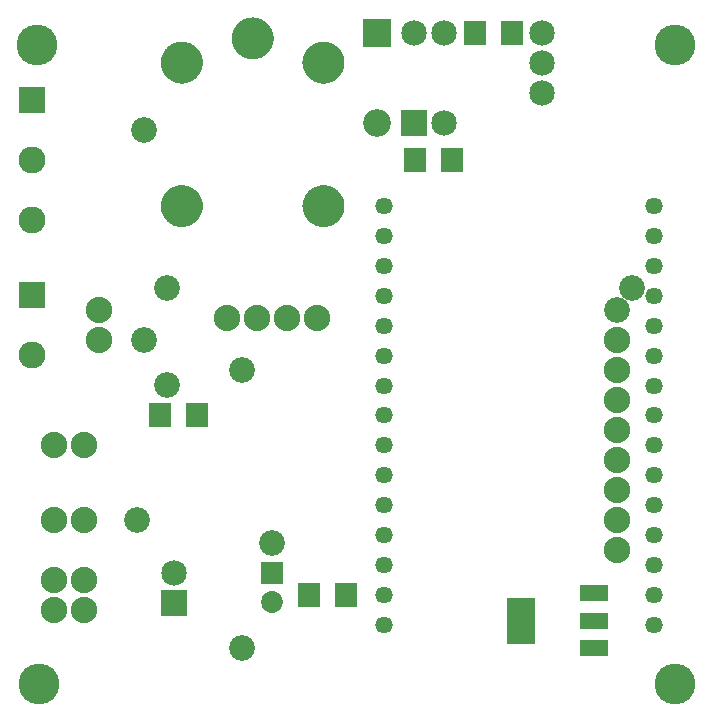
<source format=gbs>
G04 MADE WITH FRITZING*
G04 WWW.FRITZING.ORG*
G04 DOUBLE SIDED*
G04 HOLES PLATED*
G04 CONTOUR ON CENTER OF CONTOUR VECTOR*
%ASAXBY*%
%FSLAX23Y23*%
%MOIN*%
%OFA0B0*%
%SFA1.0B1.0*%
%ADD10C,0.057829*%
%ADD11C,0.090000*%
%ADD12C,0.088000*%
%ADD13C,0.092000*%
%ADD14C,0.085000*%
%ADD15C,0.072992*%
%ADD16C,0.085433*%
%ADD17C,0.135984*%
%ADD18R,0.089986X0.090000*%
%ADD19R,0.092000X0.092000*%
%ADD20R,0.072992X0.084803*%
%ADD21R,0.090000X0.090000*%
%ADD22R,0.085000X0.085000*%
%ADD23R,0.098000X0.058000*%
%ADD24R,0.096614X0.151732*%
%ADD25R,0.072992X0.072992*%
%ADD26R,0.001000X0.001000*%
%LNMASK0*%
G90*
G70*
G54D10*
X2178Y1498D03*
X1281Y1698D03*
X1281Y1598D03*
X1281Y1498D03*
X1281Y1398D03*
X1281Y1298D03*
X2178Y1598D03*
X2178Y1698D03*
X2178Y1398D03*
X1281Y1198D03*
X1281Y1098D03*
X1281Y999D03*
X1281Y899D03*
X1281Y799D03*
X1281Y699D03*
X1281Y599D03*
X1281Y499D03*
X1281Y400D03*
X1281Y300D03*
X2178Y999D03*
X2178Y899D03*
X2178Y799D03*
X2178Y699D03*
X2178Y599D03*
X2178Y499D03*
X2178Y400D03*
X2178Y300D03*
X2178Y1298D03*
X2178Y1198D03*
X2178Y1098D03*
G54D11*
X106Y1399D03*
X106Y1199D03*
G54D12*
X331Y1249D03*
X331Y1349D03*
G54D13*
X1256Y2272D03*
X1256Y1974D03*
G54D11*
X106Y1849D03*
X106Y1649D03*
X106Y2049D03*
G54D14*
X1381Y1974D03*
X1381Y2274D03*
X1481Y1974D03*
X1481Y2274D03*
G54D12*
X1056Y1324D03*
X956Y1324D03*
X856Y1324D03*
X756Y1324D03*
G54D14*
X581Y374D03*
X581Y474D03*
G54D12*
X181Y349D03*
X281Y349D03*
X181Y349D03*
X281Y349D03*
X281Y449D03*
X181Y449D03*
X281Y899D03*
X281Y899D03*
X181Y899D03*
X281Y649D03*
X181Y649D03*
X2056Y1249D03*
X2056Y1149D03*
X2056Y1049D03*
X2056Y949D03*
X2056Y849D03*
X2056Y749D03*
X2056Y649D03*
X2056Y549D03*
G54D15*
X906Y474D03*
X906Y376D03*
G54D16*
X806Y224D03*
X806Y1149D03*
X456Y649D03*
X2106Y1424D03*
X906Y574D03*
X2056Y1349D03*
X556Y1099D03*
X481Y1249D03*
X481Y1949D03*
X556Y1424D03*
G54D14*
X1806Y2274D03*
X1806Y2174D03*
X1806Y2074D03*
G54D17*
X2249Y104D03*
X128Y102D03*
X124Y2233D03*
X2251Y2234D03*
G54D18*
X106Y1399D03*
G54D19*
X1256Y2273D03*
G54D20*
X1584Y2274D03*
X1706Y2274D03*
X1384Y1849D03*
X1506Y1849D03*
G54D21*
X106Y2049D03*
G54D22*
X1381Y1974D03*
X581Y374D03*
G54D23*
X1981Y406D03*
X1981Y315D03*
X1981Y224D03*
G54D24*
X1737Y315D03*
G54D20*
X534Y999D03*
X656Y999D03*
G54D25*
X906Y474D03*
G54D20*
X1153Y399D03*
X1031Y399D03*
G54D26*
X839Y2325D02*
X844Y2325D01*
X830Y2324D02*
X853Y2324D01*
X825Y2323D02*
X858Y2323D01*
X821Y2322D02*
X862Y2322D01*
X819Y2321D02*
X865Y2321D01*
X816Y2320D02*
X867Y2320D01*
X813Y2319D02*
X870Y2319D01*
X811Y2318D02*
X872Y2318D01*
X809Y2317D02*
X874Y2317D01*
X808Y2316D02*
X875Y2316D01*
X806Y2315D02*
X877Y2315D01*
X804Y2314D02*
X879Y2314D01*
X803Y2313D02*
X880Y2313D01*
X801Y2312D02*
X882Y2312D01*
X800Y2311D02*
X883Y2311D01*
X799Y2310D02*
X884Y2310D01*
X797Y2309D02*
X886Y2309D01*
X796Y2308D02*
X887Y2308D01*
X795Y2307D02*
X888Y2307D01*
X794Y2306D02*
X889Y2306D01*
X793Y2305D02*
X890Y2305D01*
X792Y2304D02*
X891Y2304D01*
X791Y2303D02*
X892Y2303D01*
X790Y2302D02*
X893Y2302D01*
X789Y2301D02*
X894Y2301D01*
X788Y2300D02*
X895Y2300D01*
X788Y2299D02*
X895Y2299D01*
X787Y2298D02*
X896Y2298D01*
X786Y2297D02*
X897Y2297D01*
X785Y2296D02*
X898Y2296D01*
X785Y2295D02*
X898Y2295D01*
X784Y2294D02*
X899Y2294D01*
X783Y2293D02*
X900Y2293D01*
X783Y2292D02*
X900Y2292D01*
X782Y2291D02*
X901Y2291D01*
X781Y2290D02*
X902Y2290D01*
X781Y2289D02*
X902Y2289D01*
X780Y2288D02*
X903Y2288D01*
X780Y2287D02*
X903Y2287D01*
X779Y2286D02*
X904Y2286D01*
X779Y2285D02*
X904Y2285D01*
X778Y2284D02*
X905Y2284D01*
X778Y2283D02*
X905Y2283D01*
X777Y2282D02*
X906Y2282D01*
X777Y2281D02*
X906Y2281D01*
X777Y2280D02*
X906Y2280D01*
X776Y2279D02*
X907Y2279D01*
X776Y2278D02*
X907Y2278D01*
X776Y2277D02*
X907Y2277D01*
X775Y2276D02*
X908Y2276D01*
X775Y2275D02*
X908Y2275D01*
X775Y2274D02*
X908Y2274D01*
X775Y2273D02*
X908Y2273D01*
X774Y2272D02*
X909Y2272D01*
X774Y2271D02*
X909Y2271D01*
X774Y2270D02*
X909Y2270D01*
X774Y2269D02*
X909Y2269D01*
X773Y2268D02*
X910Y2268D01*
X773Y2267D02*
X910Y2267D01*
X773Y2266D02*
X910Y2266D01*
X773Y2265D02*
X910Y2265D01*
X773Y2264D02*
X910Y2264D01*
X773Y2263D02*
X910Y2263D01*
X772Y2262D02*
X911Y2262D01*
X772Y2261D02*
X911Y2261D01*
X772Y2260D02*
X911Y2260D01*
X772Y2259D02*
X911Y2259D01*
X772Y2258D02*
X911Y2258D01*
X772Y2257D02*
X911Y2257D01*
X772Y2256D02*
X911Y2256D01*
X772Y2255D02*
X911Y2255D01*
X772Y2254D02*
X911Y2254D01*
X772Y2253D02*
X911Y2253D01*
X772Y2252D02*
X911Y2252D01*
X772Y2251D02*
X911Y2251D01*
X772Y2250D02*
X911Y2250D01*
X772Y2249D02*
X911Y2249D01*
X773Y2248D02*
X911Y2248D01*
X773Y2247D02*
X910Y2247D01*
X773Y2246D02*
X910Y2246D01*
X773Y2245D02*
X910Y2245D01*
X599Y2244D02*
X612Y2244D01*
X773Y2244D02*
X910Y2244D01*
X1071Y2244D02*
X1084Y2244D01*
X592Y2243D02*
X618Y2243D01*
X773Y2243D02*
X910Y2243D01*
X1065Y2243D02*
X1091Y2243D01*
X588Y2242D02*
X623Y2242D01*
X773Y2242D02*
X910Y2242D01*
X1060Y2242D02*
X1095Y2242D01*
X584Y2241D02*
X626Y2241D01*
X774Y2241D02*
X909Y2241D01*
X1057Y2241D02*
X1099Y2241D01*
X582Y2240D02*
X629Y2240D01*
X774Y2240D02*
X909Y2240D01*
X1054Y2240D02*
X1102Y2240D01*
X579Y2239D02*
X632Y2239D01*
X774Y2239D02*
X909Y2239D01*
X1051Y2239D02*
X1104Y2239D01*
X577Y2238D02*
X634Y2238D01*
X774Y2238D02*
X909Y2238D01*
X1049Y2238D02*
X1106Y2238D01*
X575Y2237D02*
X636Y2237D01*
X775Y2237D02*
X908Y2237D01*
X1047Y2237D02*
X1108Y2237D01*
X573Y2236D02*
X638Y2236D01*
X775Y2236D02*
X908Y2236D01*
X1045Y2236D02*
X1110Y2236D01*
X571Y2235D02*
X640Y2235D01*
X775Y2235D02*
X908Y2235D01*
X1043Y2235D02*
X1112Y2235D01*
X569Y2234D02*
X641Y2234D01*
X775Y2234D02*
X908Y2234D01*
X1042Y2234D02*
X1114Y2234D01*
X568Y2233D02*
X643Y2233D01*
X776Y2233D02*
X907Y2233D01*
X1040Y2233D02*
X1115Y2233D01*
X566Y2232D02*
X644Y2232D01*
X776Y2232D02*
X907Y2232D01*
X1039Y2232D02*
X1117Y2232D01*
X565Y2231D02*
X646Y2231D01*
X777Y2231D02*
X907Y2231D01*
X1037Y2231D02*
X1118Y2231D01*
X563Y2230D02*
X647Y2230D01*
X777Y2230D02*
X906Y2230D01*
X1036Y2230D02*
X1120Y2230D01*
X562Y2229D02*
X649Y2229D01*
X777Y2229D02*
X906Y2229D01*
X1035Y2229D02*
X1121Y2229D01*
X561Y2228D02*
X650Y2228D01*
X778Y2228D02*
X905Y2228D01*
X1033Y2228D02*
X1122Y2228D01*
X560Y2227D02*
X651Y2227D01*
X778Y2227D02*
X905Y2227D01*
X1032Y2227D02*
X1123Y2227D01*
X559Y2226D02*
X652Y2226D01*
X779Y2226D02*
X904Y2226D01*
X1031Y2226D02*
X1124Y2226D01*
X558Y2225D02*
X653Y2225D01*
X779Y2225D02*
X904Y2225D01*
X1030Y2225D02*
X1126Y2225D01*
X556Y2224D02*
X654Y2224D01*
X780Y2224D02*
X903Y2224D01*
X1029Y2224D02*
X1127Y2224D01*
X555Y2223D02*
X655Y2223D01*
X780Y2223D02*
X903Y2223D01*
X1028Y2223D02*
X1128Y2223D01*
X555Y2222D02*
X656Y2222D01*
X781Y2222D02*
X902Y2222D01*
X1027Y2222D02*
X1128Y2222D01*
X554Y2221D02*
X657Y2221D01*
X781Y2221D02*
X902Y2221D01*
X1026Y2221D02*
X1129Y2221D01*
X553Y2220D02*
X658Y2220D01*
X782Y2220D02*
X901Y2220D01*
X1025Y2220D02*
X1130Y2220D01*
X552Y2219D02*
X659Y2219D01*
X782Y2219D02*
X901Y2219D01*
X1024Y2219D02*
X1131Y2219D01*
X551Y2218D02*
X659Y2218D01*
X783Y2218D02*
X900Y2218D01*
X1024Y2218D02*
X1132Y2218D01*
X550Y2217D02*
X660Y2217D01*
X784Y2217D02*
X899Y2217D01*
X1023Y2217D02*
X1133Y2217D01*
X550Y2216D02*
X661Y2216D01*
X784Y2216D02*
X899Y2216D01*
X1022Y2216D02*
X1133Y2216D01*
X549Y2215D02*
X662Y2215D01*
X785Y2215D02*
X898Y2215D01*
X1021Y2215D02*
X1134Y2215D01*
X548Y2214D02*
X662Y2214D01*
X786Y2214D02*
X897Y2214D01*
X1021Y2214D02*
X1135Y2214D01*
X548Y2213D02*
X663Y2213D01*
X786Y2213D02*
X897Y2213D01*
X1020Y2213D02*
X1135Y2213D01*
X547Y2212D02*
X664Y2212D01*
X787Y2212D02*
X896Y2212D01*
X1019Y2212D02*
X1136Y2212D01*
X546Y2211D02*
X664Y2211D01*
X788Y2211D02*
X895Y2211D01*
X1019Y2211D02*
X1137Y2211D01*
X546Y2210D02*
X665Y2210D01*
X789Y2210D02*
X894Y2210D01*
X1018Y2210D02*
X1137Y2210D01*
X545Y2209D02*
X666Y2209D01*
X790Y2209D02*
X893Y2209D01*
X1017Y2209D02*
X1138Y2209D01*
X545Y2208D02*
X666Y2208D01*
X791Y2208D02*
X892Y2208D01*
X1017Y2208D02*
X1139Y2208D01*
X544Y2207D02*
X667Y2207D01*
X791Y2207D02*
X892Y2207D01*
X1016Y2207D02*
X1139Y2207D01*
X543Y2206D02*
X667Y2206D01*
X792Y2206D02*
X891Y2206D01*
X1016Y2206D02*
X1140Y2206D01*
X543Y2205D02*
X668Y2205D01*
X793Y2205D02*
X890Y2205D01*
X1015Y2205D02*
X1140Y2205D01*
X542Y2204D02*
X668Y2204D01*
X795Y2204D02*
X889Y2204D01*
X1015Y2204D02*
X1141Y2204D01*
X542Y2203D02*
X669Y2203D01*
X796Y2203D02*
X887Y2203D01*
X1014Y2203D02*
X1141Y2203D01*
X542Y2202D02*
X669Y2202D01*
X797Y2202D02*
X886Y2202D01*
X1014Y2202D02*
X1142Y2202D01*
X541Y2201D02*
X670Y2201D01*
X798Y2201D02*
X885Y2201D01*
X1013Y2201D02*
X1142Y2201D01*
X541Y2200D02*
X670Y2200D01*
X799Y2200D02*
X884Y2200D01*
X1013Y2200D02*
X1142Y2200D01*
X540Y2199D02*
X670Y2199D01*
X801Y2199D02*
X882Y2199D01*
X1013Y2199D02*
X1143Y2199D01*
X540Y2198D02*
X671Y2198D01*
X802Y2198D02*
X881Y2198D01*
X1012Y2198D02*
X1143Y2198D01*
X540Y2197D02*
X671Y2197D01*
X804Y2197D02*
X880Y2197D01*
X1012Y2197D02*
X1143Y2197D01*
X539Y2196D02*
X671Y2196D01*
X805Y2196D02*
X878Y2196D01*
X1012Y2196D02*
X1144Y2196D01*
X539Y2195D02*
X672Y2195D01*
X807Y2195D02*
X876Y2195D01*
X1011Y2195D02*
X1144Y2195D01*
X539Y2194D02*
X672Y2194D01*
X808Y2194D02*
X875Y2194D01*
X1011Y2194D02*
X1144Y2194D01*
X539Y2193D02*
X672Y2193D01*
X810Y2193D02*
X873Y2193D01*
X1011Y2193D02*
X1144Y2193D01*
X538Y2192D02*
X672Y2192D01*
X812Y2192D02*
X871Y2192D01*
X1011Y2192D02*
X1145Y2192D01*
X538Y2191D02*
X673Y2191D01*
X814Y2191D02*
X869Y2191D01*
X1010Y2191D02*
X1145Y2191D01*
X538Y2190D02*
X673Y2190D01*
X817Y2190D02*
X866Y2190D01*
X1010Y2190D02*
X1145Y2190D01*
X538Y2189D02*
X673Y2189D01*
X820Y2189D02*
X863Y2189D01*
X1010Y2189D02*
X1145Y2189D01*
X537Y2188D02*
X673Y2188D01*
X823Y2188D02*
X860Y2188D01*
X1010Y2188D02*
X1146Y2188D01*
X537Y2187D02*
X673Y2187D01*
X827Y2187D02*
X856Y2187D01*
X1010Y2187D02*
X1146Y2187D01*
X537Y2186D02*
X674Y2186D01*
X833Y2186D02*
X850Y2186D01*
X1009Y2186D02*
X1146Y2186D01*
X537Y2185D02*
X674Y2185D01*
X1009Y2185D02*
X1146Y2185D01*
X537Y2184D02*
X674Y2184D01*
X1009Y2184D02*
X1146Y2184D01*
X537Y2183D02*
X674Y2183D01*
X1009Y2183D02*
X1146Y2183D01*
X536Y2182D02*
X674Y2182D01*
X1009Y2182D02*
X1147Y2182D01*
X536Y2181D02*
X674Y2181D01*
X1009Y2181D02*
X1147Y2181D01*
X536Y2180D02*
X674Y2180D01*
X1009Y2180D02*
X1147Y2180D01*
X536Y2179D02*
X675Y2179D01*
X1009Y2179D02*
X1147Y2179D01*
X536Y2178D02*
X675Y2178D01*
X1008Y2178D02*
X1147Y2178D01*
X536Y2177D02*
X675Y2177D01*
X1008Y2177D02*
X1147Y2177D01*
X536Y2176D02*
X675Y2176D01*
X1008Y2176D02*
X1147Y2176D01*
X536Y2175D02*
X675Y2175D01*
X1008Y2175D02*
X1147Y2175D01*
X536Y2174D02*
X675Y2174D01*
X1008Y2174D02*
X1147Y2174D01*
X536Y2173D02*
X675Y2173D01*
X1008Y2173D02*
X1147Y2173D01*
X536Y2172D02*
X675Y2172D01*
X1008Y2172D02*
X1147Y2172D01*
X536Y2171D02*
X675Y2171D01*
X1008Y2171D02*
X1147Y2171D01*
X536Y2170D02*
X675Y2170D01*
X1009Y2170D02*
X1147Y2170D01*
X536Y2169D02*
X674Y2169D01*
X1009Y2169D02*
X1147Y2169D01*
X536Y2168D02*
X674Y2168D01*
X1009Y2168D02*
X1147Y2168D01*
X536Y2167D02*
X674Y2167D01*
X1009Y2167D02*
X1147Y2167D01*
X537Y2166D02*
X674Y2166D01*
X1009Y2166D02*
X1146Y2166D01*
X537Y2165D02*
X674Y2165D01*
X1009Y2165D02*
X1146Y2165D01*
X537Y2164D02*
X674Y2164D01*
X1009Y2164D02*
X1146Y2164D01*
X537Y2163D02*
X674Y2163D01*
X1009Y2163D02*
X1146Y2163D01*
X537Y2162D02*
X673Y2162D01*
X1010Y2162D02*
X1146Y2162D01*
X537Y2161D02*
X673Y2161D01*
X1010Y2161D02*
X1146Y2161D01*
X538Y2160D02*
X673Y2160D01*
X1010Y2160D02*
X1145Y2160D01*
X538Y2159D02*
X673Y2159D01*
X1010Y2159D02*
X1145Y2159D01*
X538Y2158D02*
X673Y2158D01*
X1010Y2158D02*
X1145Y2158D01*
X538Y2157D02*
X672Y2157D01*
X1011Y2157D02*
X1145Y2157D01*
X539Y2156D02*
X672Y2156D01*
X1011Y2156D02*
X1144Y2156D01*
X539Y2155D02*
X672Y2155D01*
X1011Y2155D02*
X1144Y2155D01*
X539Y2154D02*
X672Y2154D01*
X1011Y2154D02*
X1144Y2154D01*
X539Y2153D02*
X671Y2153D01*
X1012Y2153D02*
X1144Y2153D01*
X540Y2152D02*
X671Y2152D01*
X1012Y2152D02*
X1143Y2152D01*
X540Y2151D02*
X671Y2151D01*
X1012Y2151D02*
X1143Y2151D01*
X540Y2150D02*
X670Y2150D01*
X1013Y2150D02*
X1143Y2150D01*
X541Y2149D02*
X670Y2149D01*
X1013Y2149D02*
X1142Y2149D01*
X541Y2148D02*
X670Y2148D01*
X1014Y2148D02*
X1142Y2148D01*
X542Y2147D02*
X669Y2147D01*
X1014Y2147D02*
X1142Y2147D01*
X542Y2146D02*
X669Y2146D01*
X1014Y2146D02*
X1141Y2146D01*
X543Y2145D02*
X668Y2145D01*
X1015Y2145D02*
X1141Y2145D01*
X543Y2144D02*
X668Y2144D01*
X1015Y2144D02*
X1140Y2144D01*
X543Y2143D02*
X667Y2143D01*
X1016Y2143D02*
X1140Y2143D01*
X544Y2142D02*
X667Y2142D01*
X1016Y2142D02*
X1139Y2142D01*
X545Y2141D02*
X666Y2141D01*
X1017Y2141D02*
X1138Y2141D01*
X545Y2140D02*
X666Y2140D01*
X1018Y2140D02*
X1138Y2140D01*
X546Y2139D02*
X665Y2139D01*
X1018Y2139D02*
X1137Y2139D01*
X546Y2138D02*
X664Y2138D01*
X1019Y2138D02*
X1137Y2138D01*
X547Y2137D02*
X664Y2137D01*
X1019Y2137D02*
X1136Y2137D01*
X548Y2136D02*
X663Y2136D01*
X1020Y2136D02*
X1135Y2136D01*
X548Y2135D02*
X662Y2135D01*
X1021Y2135D02*
X1135Y2135D01*
X549Y2134D02*
X662Y2134D01*
X1021Y2134D02*
X1134Y2134D01*
X550Y2133D02*
X661Y2133D01*
X1022Y2133D02*
X1133Y2133D01*
X550Y2132D02*
X660Y2132D01*
X1023Y2132D02*
X1133Y2132D01*
X551Y2131D02*
X659Y2131D01*
X1024Y2131D02*
X1132Y2131D01*
X552Y2130D02*
X659Y2130D01*
X1024Y2130D02*
X1131Y2130D01*
X553Y2129D02*
X658Y2129D01*
X1025Y2129D02*
X1130Y2129D01*
X554Y2128D02*
X657Y2128D01*
X1026Y2128D02*
X1129Y2128D01*
X555Y2127D02*
X656Y2127D01*
X1027Y2127D02*
X1128Y2127D01*
X556Y2126D02*
X655Y2126D01*
X1028Y2126D02*
X1128Y2126D01*
X556Y2125D02*
X654Y2125D01*
X1029Y2125D02*
X1127Y2125D01*
X558Y2124D02*
X653Y2124D01*
X1030Y2124D02*
X1125Y2124D01*
X559Y2123D02*
X652Y2123D01*
X1031Y2123D02*
X1124Y2123D01*
X560Y2122D02*
X651Y2122D01*
X1032Y2122D02*
X1123Y2122D01*
X561Y2121D02*
X650Y2121D01*
X1033Y2121D02*
X1122Y2121D01*
X562Y2120D02*
X648Y2120D01*
X1035Y2120D02*
X1121Y2120D01*
X564Y2119D02*
X647Y2119D01*
X1036Y2119D02*
X1119Y2119D01*
X565Y2118D02*
X646Y2118D01*
X1037Y2118D02*
X1118Y2118D01*
X566Y2117D02*
X644Y2117D01*
X1039Y2117D02*
X1117Y2117D01*
X568Y2116D02*
X643Y2116D01*
X1040Y2116D02*
X1115Y2116D01*
X569Y2115D02*
X641Y2115D01*
X1042Y2115D02*
X1114Y2115D01*
X571Y2114D02*
X640Y2114D01*
X1043Y2114D02*
X1112Y2114D01*
X573Y2113D02*
X638Y2113D01*
X1045Y2113D02*
X1110Y2113D01*
X575Y2112D02*
X636Y2112D01*
X1047Y2112D02*
X1108Y2112D01*
X577Y2111D02*
X634Y2111D01*
X1049Y2111D02*
X1106Y2111D01*
X579Y2110D02*
X632Y2110D01*
X1051Y2110D02*
X1104Y2110D01*
X582Y2109D02*
X629Y2109D01*
X1054Y2109D02*
X1101Y2109D01*
X584Y2108D02*
X626Y2108D01*
X1057Y2108D02*
X1099Y2108D01*
X588Y2107D02*
X622Y2107D01*
X1061Y2107D02*
X1095Y2107D01*
X593Y2106D02*
X618Y2106D01*
X1065Y2106D02*
X1091Y2106D01*
X599Y2105D02*
X612Y2105D01*
X1071Y2105D02*
X1084Y2105D01*
X603Y1766D02*
X608Y1766D01*
X1075Y1766D02*
X1080Y1766D01*
X594Y1765D02*
X617Y1765D01*
X1067Y1765D02*
X1089Y1765D01*
X589Y1764D02*
X621Y1764D01*
X1062Y1764D02*
X1094Y1764D01*
X585Y1763D02*
X625Y1763D01*
X1058Y1763D02*
X1098Y1763D01*
X582Y1762D02*
X628Y1762D01*
X1055Y1762D02*
X1101Y1762D01*
X580Y1761D02*
X631Y1761D01*
X1052Y1761D02*
X1103Y1761D01*
X577Y1760D02*
X633Y1760D01*
X1050Y1760D02*
X1106Y1760D01*
X575Y1759D02*
X635Y1759D01*
X1048Y1759D02*
X1108Y1759D01*
X573Y1758D02*
X637Y1758D01*
X1046Y1758D02*
X1110Y1758D01*
X571Y1757D02*
X639Y1757D01*
X1044Y1757D02*
X1112Y1757D01*
X570Y1756D02*
X641Y1756D01*
X1042Y1756D02*
X1113Y1756D01*
X568Y1755D02*
X642Y1755D01*
X1041Y1755D02*
X1115Y1755D01*
X567Y1754D02*
X644Y1754D01*
X1039Y1754D02*
X1116Y1754D01*
X565Y1753D02*
X645Y1753D01*
X1038Y1753D02*
X1118Y1753D01*
X564Y1752D02*
X647Y1752D01*
X1036Y1752D02*
X1119Y1752D01*
X563Y1751D02*
X648Y1751D01*
X1035Y1751D02*
X1120Y1751D01*
X561Y1750D02*
X649Y1750D01*
X1034Y1750D02*
X1122Y1750D01*
X560Y1749D02*
X651Y1749D01*
X1032Y1749D02*
X1123Y1749D01*
X559Y1748D02*
X652Y1748D01*
X1031Y1748D02*
X1124Y1748D01*
X558Y1747D02*
X653Y1747D01*
X1030Y1747D02*
X1125Y1747D01*
X557Y1746D02*
X654Y1746D01*
X1029Y1746D02*
X1126Y1746D01*
X556Y1745D02*
X655Y1745D01*
X1028Y1745D02*
X1127Y1745D01*
X555Y1744D02*
X656Y1744D01*
X1027Y1744D02*
X1128Y1744D01*
X554Y1743D02*
X657Y1743D01*
X1026Y1743D02*
X1129Y1743D01*
X553Y1742D02*
X658Y1742D01*
X1025Y1742D02*
X1130Y1742D01*
X552Y1741D02*
X658Y1741D01*
X1025Y1741D02*
X1131Y1741D01*
X551Y1740D02*
X659Y1740D01*
X1024Y1740D02*
X1132Y1740D01*
X551Y1739D02*
X660Y1739D01*
X1023Y1739D02*
X1132Y1739D01*
X550Y1738D02*
X661Y1738D01*
X1022Y1738D02*
X1133Y1738D01*
X549Y1737D02*
X661Y1737D01*
X1022Y1737D02*
X1134Y1737D01*
X548Y1736D02*
X662Y1736D01*
X1021Y1736D02*
X1135Y1736D01*
X548Y1735D02*
X663Y1735D01*
X1020Y1735D02*
X1135Y1735D01*
X547Y1734D02*
X664Y1734D01*
X1020Y1734D02*
X1136Y1734D01*
X547Y1733D02*
X664Y1733D01*
X1019Y1733D02*
X1136Y1733D01*
X546Y1732D02*
X665Y1732D01*
X1018Y1732D02*
X1137Y1732D01*
X545Y1731D02*
X665Y1731D01*
X1018Y1731D02*
X1138Y1731D01*
X545Y1730D02*
X666Y1730D01*
X1017Y1730D02*
X1138Y1730D01*
X544Y1729D02*
X667Y1729D01*
X1016Y1729D02*
X1139Y1729D01*
X544Y1728D02*
X667Y1728D01*
X1016Y1728D02*
X1139Y1728D01*
X543Y1727D02*
X668Y1727D01*
X1016Y1727D02*
X1140Y1727D01*
X543Y1726D02*
X668Y1726D01*
X1015Y1726D02*
X1140Y1726D01*
X542Y1725D02*
X669Y1725D01*
X1015Y1725D02*
X1141Y1725D01*
X542Y1724D02*
X669Y1724D01*
X1014Y1724D02*
X1141Y1724D01*
X541Y1723D02*
X669Y1723D01*
X1014Y1723D02*
X1142Y1723D01*
X541Y1722D02*
X670Y1722D01*
X1013Y1722D02*
X1142Y1722D01*
X541Y1721D02*
X670Y1721D01*
X1013Y1721D02*
X1143Y1721D01*
X540Y1720D02*
X671Y1720D01*
X1013Y1720D02*
X1143Y1720D01*
X540Y1719D02*
X671Y1719D01*
X1012Y1719D02*
X1143Y1719D01*
X539Y1718D02*
X671Y1718D01*
X1012Y1718D02*
X1144Y1718D01*
X539Y1717D02*
X672Y1717D01*
X1012Y1717D02*
X1144Y1717D01*
X539Y1716D02*
X672Y1716D01*
X1011Y1716D02*
X1144Y1716D01*
X539Y1715D02*
X672Y1715D01*
X1011Y1715D02*
X1144Y1715D01*
X538Y1714D02*
X672Y1714D01*
X1011Y1714D02*
X1145Y1714D01*
X538Y1713D02*
X673Y1713D01*
X1010Y1713D02*
X1145Y1713D01*
X538Y1712D02*
X673Y1712D01*
X1010Y1712D02*
X1145Y1712D01*
X538Y1711D02*
X673Y1711D01*
X1010Y1711D02*
X1145Y1711D01*
X537Y1710D02*
X673Y1710D01*
X1010Y1710D02*
X1146Y1710D01*
X537Y1709D02*
X673Y1709D01*
X1010Y1709D02*
X1146Y1709D01*
X537Y1708D02*
X674Y1708D01*
X1009Y1708D02*
X1146Y1708D01*
X537Y1707D02*
X674Y1707D01*
X1009Y1707D02*
X1146Y1707D01*
X537Y1706D02*
X674Y1706D01*
X1009Y1706D02*
X1146Y1706D01*
X537Y1705D02*
X674Y1705D01*
X1009Y1705D02*
X1146Y1705D01*
X536Y1704D02*
X674Y1704D01*
X1009Y1704D02*
X1147Y1704D01*
X536Y1703D02*
X674Y1703D01*
X1009Y1703D02*
X1147Y1703D01*
X536Y1702D02*
X674Y1702D01*
X1009Y1702D02*
X1147Y1702D01*
X536Y1701D02*
X674Y1701D01*
X1009Y1701D02*
X1147Y1701D01*
X536Y1700D02*
X675Y1700D01*
X1008Y1700D02*
X1147Y1700D01*
X536Y1699D02*
X675Y1699D01*
X1008Y1699D02*
X1147Y1699D01*
X536Y1698D02*
X675Y1698D01*
X1008Y1698D02*
X1147Y1698D01*
X536Y1697D02*
X675Y1697D01*
X1008Y1697D02*
X1147Y1697D01*
X536Y1696D02*
X675Y1696D01*
X1008Y1696D02*
X1147Y1696D01*
X536Y1695D02*
X675Y1695D01*
X1008Y1695D02*
X1147Y1695D01*
X536Y1694D02*
X675Y1694D01*
X1008Y1694D02*
X1147Y1694D01*
X536Y1693D02*
X675Y1693D01*
X1008Y1693D02*
X1147Y1693D01*
X536Y1692D02*
X675Y1692D01*
X1009Y1692D02*
X1147Y1692D01*
X536Y1691D02*
X674Y1691D01*
X1009Y1691D02*
X1147Y1691D01*
X536Y1690D02*
X674Y1690D01*
X1009Y1690D02*
X1147Y1690D01*
X536Y1689D02*
X674Y1689D01*
X1009Y1689D02*
X1147Y1689D01*
X537Y1688D02*
X674Y1688D01*
X1009Y1688D02*
X1147Y1688D01*
X537Y1687D02*
X674Y1687D01*
X1009Y1687D02*
X1146Y1687D01*
X537Y1686D02*
X674Y1686D01*
X1009Y1686D02*
X1146Y1686D01*
X537Y1685D02*
X674Y1685D01*
X1009Y1685D02*
X1146Y1685D01*
X537Y1684D02*
X674Y1684D01*
X1010Y1684D02*
X1146Y1684D01*
X537Y1683D02*
X673Y1683D01*
X1010Y1683D02*
X1146Y1683D01*
X537Y1682D02*
X673Y1682D01*
X1010Y1682D02*
X1146Y1682D01*
X538Y1681D02*
X673Y1681D01*
X1010Y1681D02*
X1145Y1681D01*
X538Y1680D02*
X673Y1680D01*
X1010Y1680D02*
X1145Y1680D01*
X538Y1679D02*
X672Y1679D01*
X1011Y1679D02*
X1145Y1679D01*
X538Y1678D02*
X672Y1678D01*
X1011Y1678D02*
X1145Y1678D01*
X539Y1677D02*
X672Y1677D01*
X1011Y1677D02*
X1144Y1677D01*
X539Y1676D02*
X672Y1676D01*
X1011Y1676D02*
X1144Y1676D01*
X539Y1675D02*
X671Y1675D01*
X1012Y1675D02*
X1144Y1675D01*
X540Y1674D02*
X671Y1674D01*
X1012Y1674D02*
X1143Y1674D01*
X540Y1673D02*
X671Y1673D01*
X1012Y1673D02*
X1143Y1673D01*
X540Y1672D02*
X670Y1672D01*
X1013Y1672D02*
X1143Y1672D01*
X541Y1671D02*
X670Y1671D01*
X1013Y1671D02*
X1142Y1671D01*
X541Y1670D02*
X670Y1670D01*
X1013Y1670D02*
X1142Y1670D01*
X541Y1669D02*
X669Y1669D01*
X1014Y1669D02*
X1142Y1669D01*
X542Y1668D02*
X669Y1668D01*
X1014Y1668D02*
X1141Y1668D01*
X542Y1667D02*
X668Y1667D01*
X1015Y1667D02*
X1141Y1667D01*
X543Y1666D02*
X668Y1666D01*
X1015Y1666D02*
X1140Y1666D01*
X543Y1665D02*
X667Y1665D01*
X1016Y1665D02*
X1140Y1665D01*
X544Y1664D02*
X667Y1664D01*
X1016Y1664D02*
X1139Y1664D01*
X544Y1663D02*
X666Y1663D01*
X1017Y1663D02*
X1139Y1663D01*
X545Y1662D02*
X666Y1662D01*
X1017Y1662D02*
X1138Y1662D01*
X546Y1661D02*
X665Y1661D01*
X1018Y1661D02*
X1137Y1661D01*
X546Y1660D02*
X664Y1660D01*
X1019Y1660D02*
X1137Y1660D01*
X547Y1659D02*
X664Y1659D01*
X1019Y1659D02*
X1136Y1659D01*
X547Y1658D02*
X663Y1658D01*
X1020Y1658D02*
X1136Y1658D01*
X548Y1657D02*
X663Y1657D01*
X1020Y1657D02*
X1135Y1657D01*
X549Y1656D02*
X662Y1656D01*
X1021Y1656D02*
X1134Y1656D01*
X550Y1655D02*
X661Y1655D01*
X1022Y1655D02*
X1133Y1655D01*
X550Y1654D02*
X660Y1654D01*
X1023Y1654D02*
X1133Y1654D01*
X551Y1653D02*
X660Y1653D01*
X1023Y1653D02*
X1132Y1653D01*
X552Y1652D02*
X659Y1652D01*
X1024Y1652D02*
X1131Y1652D01*
X553Y1651D02*
X658Y1651D01*
X1025Y1651D02*
X1130Y1651D01*
X553Y1650D02*
X657Y1650D01*
X1026Y1650D02*
X1130Y1650D01*
X554Y1649D02*
X656Y1649D01*
X1027Y1649D02*
X1129Y1649D01*
X555Y1648D02*
X655Y1648D01*
X1028Y1648D02*
X1128Y1648D01*
X556Y1647D02*
X655Y1647D01*
X1029Y1647D02*
X1127Y1647D01*
X557Y1646D02*
X653Y1646D01*
X1030Y1646D02*
X1126Y1646D01*
X558Y1645D02*
X652Y1645D01*
X1031Y1645D02*
X1125Y1645D01*
X559Y1644D02*
X651Y1644D01*
X1032Y1644D02*
X1124Y1644D01*
X561Y1643D02*
X650Y1643D01*
X1033Y1643D02*
X1122Y1643D01*
X562Y1642D02*
X649Y1642D01*
X1034Y1642D02*
X1121Y1642D01*
X563Y1641D02*
X648Y1641D01*
X1036Y1641D02*
X1120Y1641D01*
X564Y1640D02*
X646Y1640D01*
X1037Y1640D02*
X1119Y1640D01*
X566Y1639D02*
X645Y1639D01*
X1038Y1639D02*
X1117Y1639D01*
X567Y1638D02*
X643Y1638D01*
X1040Y1638D02*
X1116Y1638D01*
X569Y1637D02*
X642Y1637D01*
X1041Y1637D02*
X1114Y1637D01*
X571Y1636D02*
X640Y1636D01*
X1043Y1636D02*
X1112Y1636D01*
X572Y1635D02*
X638Y1635D01*
X1045Y1635D02*
X1111Y1635D01*
X574Y1634D02*
X637Y1634D01*
X1046Y1634D02*
X1109Y1634D01*
X576Y1633D02*
X635Y1633D01*
X1048Y1633D02*
X1107Y1633D01*
X578Y1632D02*
X633Y1632D01*
X1051Y1632D02*
X1105Y1632D01*
X581Y1631D02*
X630Y1631D01*
X1053Y1631D02*
X1102Y1631D01*
X584Y1630D02*
X627Y1630D01*
X1056Y1630D02*
X1099Y1630D01*
X587Y1629D02*
X624Y1629D01*
X1059Y1629D02*
X1096Y1629D01*
X591Y1628D02*
X620Y1628D01*
X1063Y1628D02*
X1092Y1628D01*
X597Y1627D02*
X614Y1627D01*
X1069Y1627D02*
X1086Y1627D01*
D02*
G04 End of Mask0*
M02*
</source>
